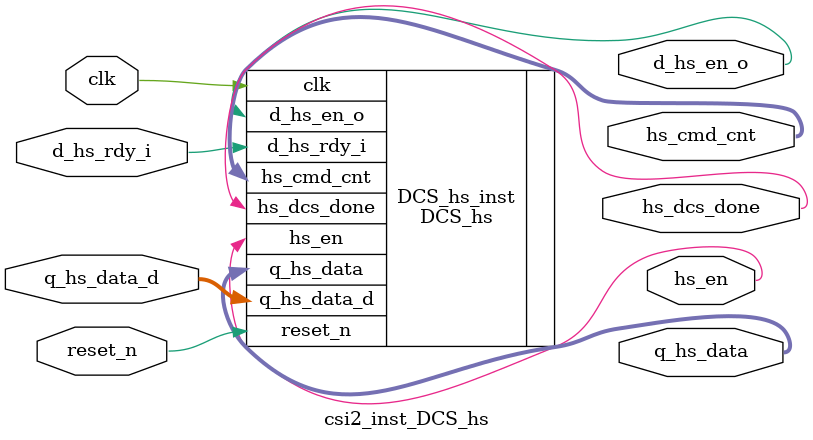
<source format=v>
`timescale 1ns/1ps

module csi2_inst_DCS_hs 
(
////added ports for handshaking with LP HS controller
    input                          d_hs_rdy_i,
    output                         d_hs_en_o,

    input                          reset_n,
    input                          clk,
    input      [16:0]       q_hs_data_d, //{trail ind, data}
    output     [10-1:0]  hs_cmd_cnt,
    output                         hs_en  ,
    output     [16-1:0]     q_hs_data /*synthesis syn_ramstyle = "EBR"*/,
    output                         hs_dcs_done
);

DCS_hs 
  #(
    // Parameters
    .TX_GEAR		(8),   
    .DAT_WIDTH		(16),
    .CMDCNT_WIDTH       (10), 
    .DLY		(1000), //delay between DCS packets
    .TINIT_VALUE        (1000),
    .TX_FREQ_TGT        (74),
    .WORD_CNT           (100))
  DCS_hs_inst
     (
      .d_hs_rdy_i       (d_hs_rdy_i),
      .d_hs_en_o        (d_hs_en_o),
      .reset_n          (reset_n),
      .clk              (clk),
      .q_hs_data_d      (q_hs_data_d),
      .hs_cmd_cnt       (hs_cmd_cnt),
      .hs_en            (hs_en),
      .q_hs_data        (q_hs_data),
      .hs_dcs_done      (hs_dcs_done));
  
endmodule                         

</source>
